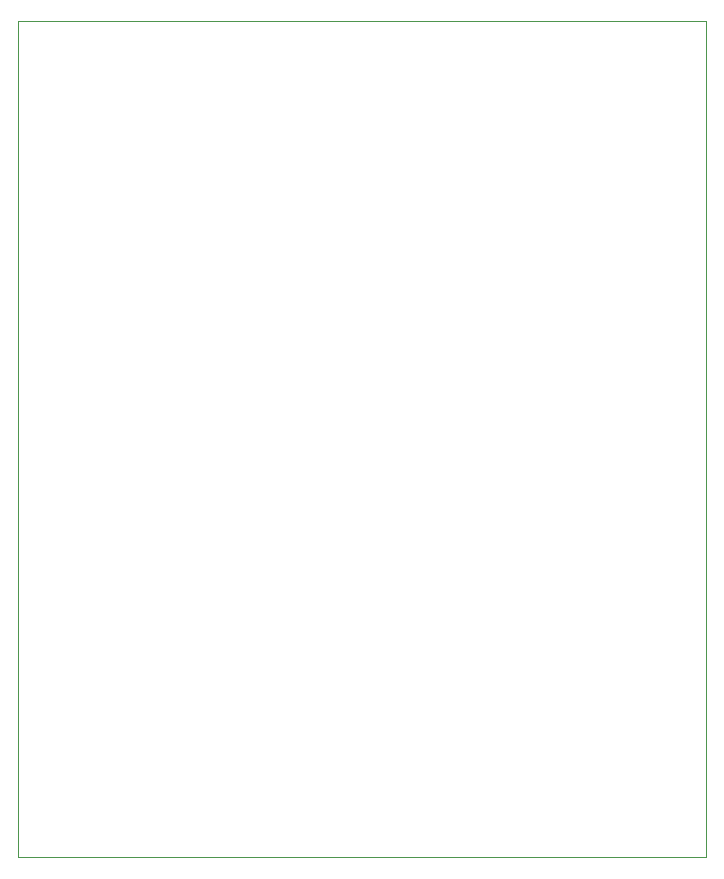
<source format=gbr>
%TF.GenerationSoftware,KiCad,Pcbnew,(6.0.7)*%
%TF.CreationDate,2022-11-28T13:46:24-06:00*%
%TF.ProjectId,Science,53636965-6e63-4652-9e6b-696361645f70,rev?*%
%TF.SameCoordinates,Original*%
%TF.FileFunction,Profile,NP*%
%FSLAX46Y46*%
G04 Gerber Fmt 4.6, Leading zero omitted, Abs format (unit mm)*
G04 Created by KiCad (PCBNEW (6.0.7)) date 2022-11-28 13:46:24*
%MOMM*%
%LPD*%
G01*
G04 APERTURE LIST*
%TA.AperFunction,Profile*%
%ADD10C,0.100000*%
%TD*%
G04 APERTURE END LIST*
D10*
X159918400Y-126644400D02*
X101650800Y-126644400D01*
X101650800Y-126644400D02*
X101650800Y-55829200D01*
X101650800Y-55829200D02*
X159918400Y-55829200D01*
X159918400Y-55829200D02*
X159918400Y-126644400D01*
M02*

</source>
